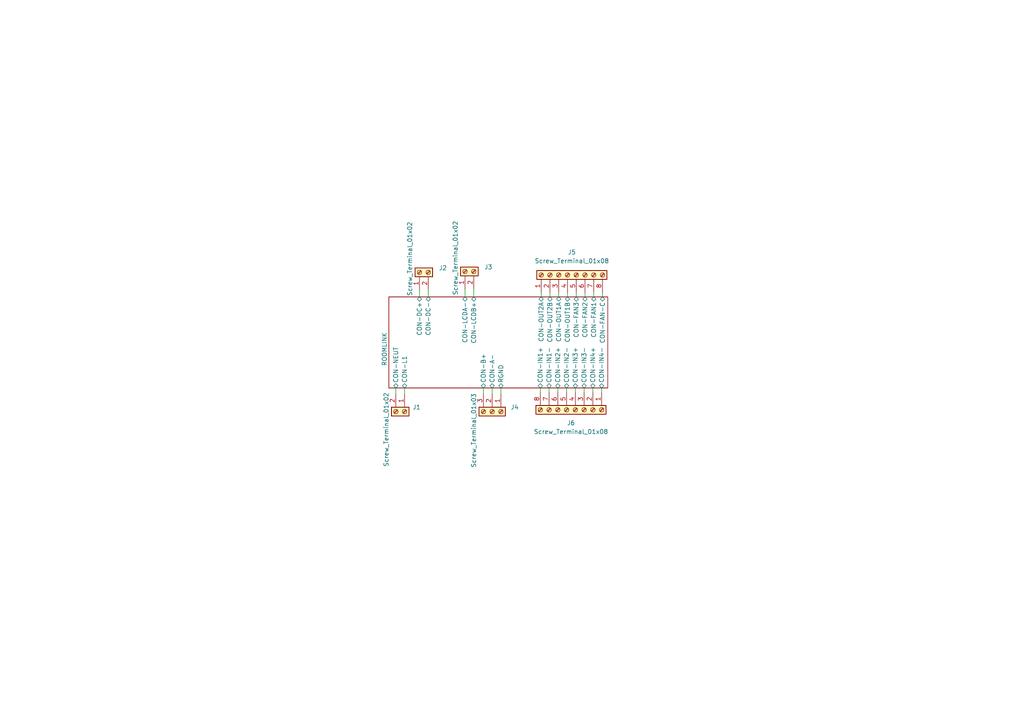
<source format=kicad_sch>
(kicad_sch (version 20211123) (generator eeschema)
  (paper "A4")
  (lib_symbols
    (symbol "Connector:Screw_Terminal_01x02" (pin_names (offset 1.016) hide)
      (property "Reference" "J" (at 0 2.54 0))
      (property "Value" "Screw_Terminal_01x02" (at 0 -5.08 0))
      (symbol "Screw_Terminal_01x02_1_1"
        (rectangle (start -1.27 1.27) (end 1.27 -3.81) (stroke (width 0.254)) (fill (type background)))
        (circle (center 0 -2.54) (radius 0.635) (stroke (width 0.1524)))
        (polyline (pts (xy -0.5334 -2.2098) (xy 0.3302 -3.048)) (stroke (width 0.1524)))
        (polyline (pts (xy -0.5334 0.3302) (xy 0.3302 -0.508)) (stroke (width 0.1524)))
        (polyline (pts (xy -0.3556 -2.032) (xy 0.508 -2.8702)) (stroke (width 0.1524)))
        (polyline (pts (xy -0.3556 0.508) (xy 0.508 -0.3302)) (stroke (width 0.1524)))
        (circle (center 0 0) (radius 0.635) (stroke (width 0.1524)))
        (pin passive line (at -5.08 0 0) (length 3.81) (name "Pin_1") (number "1"))
        (pin passive line (at -5.08 -2.54 0) (length 3.81) (name "Pin_2") (number "2"))
      )
    )
    (symbol "Connector:Screw_Terminal_01x03" (pin_names (offset 1.016) hide)
      (property "Reference" "J" (at 0 5.08 0))
      (property "Value" "Screw_Terminal_01x03" (at 0 -5.08 0))
      (symbol "Screw_Terminal_01x03_1_1"
        (rectangle (start -1.27 3.81) (end 1.27 -3.81) (stroke (width 0.254)) (fill (type background)))
        (circle (center 0 -2.54) (radius 0.635) (stroke (width 0.1524)))
        (polyline (pts (xy -0.5334 -2.2098) (xy 0.3302 -3.048)) (stroke (width 0.1524)))
        (polyline (pts (xy -0.5334 0.3302) (xy 0.3302 -0.508)) (stroke (width 0.1524)))
        (polyline (pts (xy -0.5334 2.8702) (xy 0.3302 2.032)) (stroke (width 0.1524)))
        (polyline (pts (xy -0.3556 -2.032) (xy 0.508 -2.8702)) (stroke (width 0.1524)))
        (polyline (pts (xy -0.3556 0.508) (xy 0.508 -0.3302)) (stroke (width 0.1524)))
        (polyline (pts (xy -0.3556 3.048) (xy 0.508 2.2098)) (stroke (width 0.1524)))
        (circle (center 0 0) (radius 0.635) (stroke (width 0.1524)))
        (circle (center 0 2.54) (radius 0.635) (stroke (width 0.1524)))
        (pin passive line (at -5.08 2.54 0) (length 3.81) (name "Pin_1") (number "1"))
        (pin passive line (at -5.08 0 0) (length 3.81) (name "Pin_2") (number "2"))
        (pin passive line (at -5.08 -2.54 0) (length 3.81) (name "Pin_3") (number "3"))
      )
    )
    (symbol "Connector:Screw_Terminal_01x08" (pin_names (offset 1.016) hide)
      (property "Reference" "J" (at 0 10.16 0))
      (property "Value" "Screw_Terminal_01x08" (at 0 -12.7 0))
      (symbol "Screw_Terminal_01x08_1_1"
        (rectangle (start -1.27 8.89) (end 1.27 -11.43) (stroke (width 0.254)) (fill (type background)))
        (circle (center 0 -10.16) (radius 0.635) (stroke (width 0.1524)))
        (circle (center 0 -7.62) (radius 0.635) (stroke (width 0.1524)))
        (circle (center 0 -5.08) (radius 0.635) (stroke (width 0.1524)))
        (circle (center 0 -2.54) (radius 0.635) (stroke (width 0.1524)))
        (polyline (pts (xy -0.5334 -9.8298) (xy 0.3302 -10.668)) (stroke (width 0.1524)))
        (polyline (pts (xy -0.5334 -7.2898) (xy 0.3302 -8.128)) (stroke (width 0.1524)))
        (polyline (pts (xy -0.5334 -4.7498) (xy 0.3302 -5.588)) (stroke (width 0.1524)))
        (polyline (pts (xy -0.5334 -2.2098) (xy 0.3302 -3.048)) (stroke (width 0.1524)))
        (polyline (pts (xy -0.5334 0.3302) (xy 0.3302 -0.508)) (stroke (width 0.1524)))
        (polyline (pts (xy -0.5334 2.8702) (xy 0.3302 2.032)) (stroke (width 0.1524)))
        (polyline (pts (xy -0.5334 5.4102) (xy 0.3302 4.572)) (stroke (width 0.1524)))
        (polyline (pts (xy -0.5334 7.9502) (xy 0.3302 7.112)) (stroke (width 0.1524)))
        (polyline (pts (xy -0.3556 -9.652) (xy 0.508 -10.4902)) (stroke (width 0.1524)))
        (polyline (pts (xy -0.3556 -7.112) (xy 0.508 -7.9502)) (stroke (width 0.1524)))
        (polyline (pts (xy -0.3556 -4.572) (xy 0.508 -5.4102)) (stroke (width 0.1524)))
        (polyline (pts (xy -0.3556 -2.032) (xy 0.508 -2.8702)) (stroke (width 0.1524)))
        (polyline (pts (xy -0.3556 0.508) (xy 0.508 -0.3302)) (stroke (width 0.1524)))
        (polyline (pts (xy -0.3556 3.048) (xy 0.508 2.2098)) (stroke (width 0.1524)))
        (polyline (pts (xy -0.3556 5.588) (xy 0.508 4.7498)) (stroke (width 0.1524)))
        (polyline (pts (xy -0.3556 8.128) (xy 0.508 7.2898)) (stroke (width 0.1524)))
        (circle (center 0 0) (radius 0.635) (stroke (width 0.1524)))
        (circle (center 0 2.54) (radius 0.635) (stroke (width 0.1524)))
        (circle (center 0 5.08) (radius 0.635) (stroke (width 0.1524)))
        (circle (center 0 7.62) (radius 0.635) (stroke (width 0.1524)))
        (pin passive line (at -5.08 7.62 0) (length 3.81) (name "Pin_1") (number "1"))
        (pin passive line (at -5.08 5.08 0) (length 3.81) (name "Pin_2") (number "2"))
        (pin passive line (at -5.08 2.54 0) (length 3.81) (name "Pin_3") (number "3"))
        (pin passive line (at -5.08 0 0) (length 3.81) (name "Pin_4") (number "4"))
        (pin passive line (at -5.08 -2.54 0) (length 3.81) (name "Pin_5") (number "5"))
        (pin passive line (at -5.08 -5.08 0) (length 3.81) (name "Pin_6") (number "6"))
        (pin passive line (at -5.08 -7.62 0) (length 3.81) (name "Pin_7") (number "7"))
        (pin passive line (at -5.08 -10.16 0) (length 3.81) (name "Pin_8") (number "8"))
      )
    )
  )
  (wire (pts (xy 161.798 112.522) (xy 161.798 113.792)))
  (wire (pts (xy 174.752 84.836) (xy 174.752 86.106)))
  (wire (pts (xy 117.348 112.522) (xy 117.348 114.3)))
  (wire (pts (xy 171.958 112.522) (xy 171.958 113.792)))
  (wire (pts (xy 156.972 84.836) (xy 156.972 86.106)))
  (wire (pts (xy 169.418 112.522) (xy 169.418 113.792)))
  (wire (pts (xy 159.258 112.522) (xy 159.258 113.792)))
  (wire (pts (xy 159.512 84.836) (xy 159.512 86.106)))
  (wire (pts (xy 174.498 112.522) (xy 174.498 113.792)))
  (wire (pts (xy 121.666 84.074) (xy 121.666 86.106)))
  (wire (pts (xy 134.874 83.82) (xy 134.874 86.106)))
  (wire (pts (xy 140.208 112.522) (xy 140.208 114.3)))
  (wire (pts (xy 164.592 84.836) (xy 164.592 86.106)))
  (wire (pts (xy 167.132 84.836) (xy 167.132 86.106)))
  (wire (pts (xy 169.672 84.836) (xy 169.672 86.106)))
  (wire (pts (xy 172.212 84.836) (xy 172.212 86.106)))
  (wire (pts (xy 124.206 84.074) (xy 124.206 86.106)))
  (wire (pts (xy 142.748 112.522) (xy 142.748 114.3)))
  (wire (pts (xy 145.288 112.522) (xy 145.288 114.3)))
  (wire (pts (xy 166.878 112.522) (xy 166.878 113.792)))
  (wire (pts (xy 156.718 112.522) (xy 156.718 113.792)))
  (wire (pts (xy 164.338 112.522) (xy 164.338 113.792)))
  (wire (pts (xy 114.808 112.522) (xy 114.808 114.3)))
  (wire (pts (xy 137.414 83.82) (xy 137.414 86.106)))
  (wire (pts (xy 162.052 84.836) (xy 162.052 86.106)))
  (symbol (lib_id "Connector:Screw_Terminal_01x02") (at 134.874 78.74 90) (unit 1)
    (property "Reference" "J3" (at 140.462 77.4699 90) (effects (justify right)))
    (property "Value" "Screw_Terminal_01x02" (at 132.08 64.008 0) (effects (justify right)))
    (property "Footprint" "TBP04R12-500-02GR:CUI_TBP04R12-500-02GR" (effects hide))
  )
  (symbol (lib_id "Connector:Screw_Terminal_01x02") (at 121.666 78.994 90) (unit 1)
    (property "Reference" "J2" (at 127.254 77.7239 90) (effects (justify right)))
    (property "Value" "Screw_Terminal_01x02" (at 118.872 64.262 0) (effects (justify right)))
    (property "Footprint" "TBP04R12-500-02GR:CUI_TBP04R12-500-02GR" (effects hide))
  )
  (symbol (lib_id "Connector:Screw_Terminal_01x02") (at 117.348 119.38 270) (unit 1)
    (property "Reference" "J1" (at 119.634 118.1099 90) (effects (justify left)))
    (property "Value" "Screw_Terminal_01x02" (at 112.014 113.792 0) (effects (justify left)))
    (property "Footprint" "TBP04R12-500-02GR:CUI_TBP04R12-500-02GR" (effects hide))
  )
  (symbol (lib_id "Connector:Screw_Terminal_01x08") (at 166.878 118.872 270) (unit 1)
    (property "Reference" "J6" (at 165.608 122.682 90))
    (property "Value" "Screw_Terminal_01x08" (at 165.608 125.222 90))
    (property "Footprint" "TBP04R12-500-08GR:CUI_TBP04R12-500-08GR" (effects hide))
  )
  (symbol (lib_id "Connector:Screw_Terminal_01x03") (at 142.748 119.38 270) (unit 1)
    (property "Reference" "J4" (at 148.082 118.1099 90) (effects (justify left)))
    (property "Value" "Screw_Terminal_01x03" (at 137.414 114.046 0) (effects (justify left)))
    (property "Footprint" "TBP04R12-500-03GR:CUI_TBP04R12-500-03GR" (effects hide))
  )
  (symbol (lib_id "Connector:Screw_Terminal_01x08") (at 164.592 79.756 90) (unit 1)
    (property "Reference" "J5" (at 165.862 73.152 90))
    (property "Value" "Screw_Terminal_01x08" (at 165.862 75.692 90))
    (property "Footprint" "TBP04R12-500-08GR:CUI_TBP04R12-500-08GR" (effects hide))
  )
  (sheet (at 112.776 86.106) (size 63.5 26.416) (stroke (width 0.1524))
    (property "Sheet name" "ROOMLINK" (at 112.268 106.172 90) (effects (justify left bottom)))
    (property "Sheet file" "untitled.kicad_sch" (effects hide))
    (pin "CON-DC+" bidirectional (at 121.666 86.106 90))
    (pin "CON-DC-" bidirectional (at 124.206 86.106 90))
    (pin "CON-LCDA-" bidirectional (at 134.874 86.106 90))
    (pin "CON-LCDB+" bidirectional (at 137.414 86.106 90))
    (pin "CON-NEUT" bidirectional (at 114.808 112.522 270))
    (pin "CON-L1" bidirectional (at 117.348 112.522 270))
    (pin "CON-OUT2A" bidirectional (at 156.972 86.106 90))
    (pin "CON-OUT2B" bidirectional (at 159.512 86.106 90))
    (pin "CON-B+" bidirectional (at 140.208 112.522 270))
    (pin "CON-A-" bidirectional (at 142.748 112.522 270))
    (pin "RGND" bidirectional (at 145.288 112.522 270))
    (pin "CON-OUT1A" bidirectional (at 162.052 86.106 90))
    (pin "CON-FAN3" bidirectional (at 167.132 86.106 90))
    (pin "CON-FAN1" bidirectional (at 172.212 86.106 90))
    (pin "CON-FAN-C" bidirectional (at 174.752 86.106 90))
    (pin "CON-OUT1B" bidirectional (at 164.592 86.106 90))
    (pin "CON-FAN2" bidirectional (at 169.672 86.106 90))
    (pin "CON-IN2+" bidirectional (at 161.798 112.522 270))
    (pin "CON-IN2-" bidirectional (at 164.338 112.522 270))
    (pin "CON-IN1+" bidirectional (at 156.718 112.522 270))
    (pin "CON-IN1-" bidirectional (at 159.258 112.522 270))
    (pin "CON-IN3+" bidirectional (at 166.878 112.522 270))
    (pin "CON-IN3-" bidirectional (at 169.418 112.522 270))
    (pin "CON-IN4+" bidirectional (at 171.958 112.522 270))
    (pin "CON-IN4-" bidirectional (at 174.498 112.522 270))
  )
)
</source>
